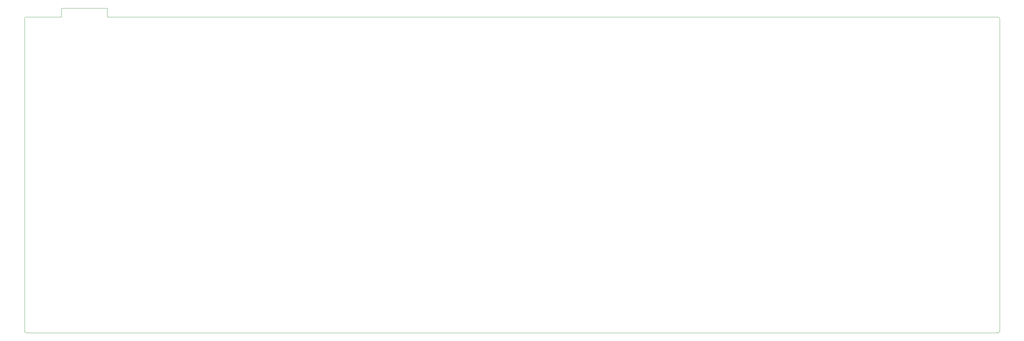
<source format=gm1>
G04 #@! TF.GenerationSoftware,KiCad,Pcbnew,(5.1.6)-1*
G04 #@! TF.CreationDate,2021-05-30T03:28:52+07:00*
G04 #@! TF.ProjectId,LK60 v2,4c4b3630-2076-4322-9e6b-696361645f70,rev?*
G04 #@! TF.SameCoordinates,Original*
G04 #@! TF.FileFunction,Profile,NP*
%FSLAX46Y46*%
G04 Gerber Fmt 4.6, Leading zero omitted, Abs format (unit mm)*
G04 Created by KiCad (PCBNEW (5.1.6)-1) date 2021-05-30 03:28:52*
%MOMM*%
%LPD*%
G01*
G04 APERTURE LIST*
G04 #@! TA.AperFunction,Profile*
%ADD10C,0.050000*%
G04 #@! TD*
G04 APERTURE END LIST*
D10*
X15240000Y102616000D02*
X15240000Y100076000D01*
X28448000Y102616000D02*
X15240000Y102616000D01*
X28448000Y100076000D02*
X28448000Y102616000D01*
X28448000Y100076000D02*
X286004000Y100076000D01*
X5080000Y100076000D02*
X15240000Y100076000D01*
X286004000Y8636000D02*
X5080000Y8636000D01*
X286512000Y99568000D02*
X286512000Y9144000D01*
X4572000Y9144000D02*
X4572000Y99568000D01*
X5080000Y8636000D02*
G75*
G02*
X4572000Y9144000I0J508000D01*
G01*
X286512000Y9144000D02*
G75*
G02*
X286004000Y8636000I-508000J0D01*
G01*
X286004000Y100076000D02*
G75*
G02*
X286512000Y99568000I0J-508000D01*
G01*
X4572000Y99568000D02*
G75*
G02*
X5080000Y100076000I508000J0D01*
G01*
M02*

</source>
